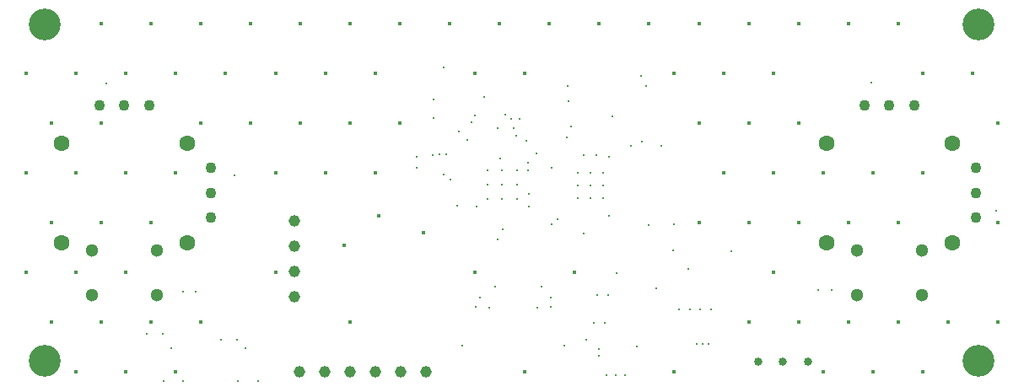
<source format=gbr>
%TF.GenerationSoftware,Altium Limited,Altium Designer,25.3.3 (18)*%
G04 Layer_Color=0*
%FSLAX45Y45*%
%MOMM*%
%TF.SameCoordinates,94F19C35-717A-4B45-A619-7893C40BEDFD*%
%TF.FilePolarity,Positive*%
%TF.FileFunction,Plated,1,4,PTH,Drill*%
%TF.Part,Single*%
G01*
G75*
%TA.AperFunction,OtherDrill,Pad Free-22 (16.825mm,104.85mm)*%
%ADD101C,3.20000*%
%TA.AperFunction,OtherDrill,Pad Free-22 (110.575mm,104.85mm)*%
%ADD102C,3.20000*%
%TA.AperFunction,OtherDrill,Pad Free-22 (110.575mm,71.1mm)*%
%ADD103C,3.20000*%
%TA.AperFunction,OtherDrill,Pad Free-22 (16.825mm,71.1mm)*%
%ADD104C,3.20000*%
%TA.AperFunction,ComponentDrill*%
%ADD105C,1.15000*%
%ADD106C,0.84000*%
%ADD107C,1.10000*%
%ADD108C,1.60000*%
%ADD109C,1.30000*%
%ADD110C,1.15000*%
%TA.AperFunction,ViaDrill,NotFilled*%
%ADD111C,0.30000*%
%ADD112C,0.40000*%
D101*
X1682500Y10485000D02*
D03*
D102*
X11057500Y10485000D02*
D03*
D103*
X11057500Y7110000D02*
D03*
D104*
X1682500Y7110000D02*
D03*
D105*
X4237500Y7000000D02*
D03*
X4491500D02*
D03*
X4745500D02*
D03*
X4999500D02*
D03*
X5253500D02*
D03*
X5507500D02*
D03*
D106*
X9345000Y7102500D02*
D03*
X9095000D02*
D03*
X8845000D02*
D03*
D107*
X10410868Y9670500D02*
D03*
X10160868D02*
D03*
X9910868D02*
D03*
X11033868Y8547500D02*
D03*
Y8797500D02*
D03*
Y9047500D02*
D03*
X2732500Y9670501D02*
D03*
X2482500D02*
D03*
X2232500D02*
D03*
X3355500Y8547501D02*
D03*
Y8797501D02*
D03*
Y9047501D02*
D03*
D108*
X10793368Y9297500D02*
D03*
X9528369D02*
D03*
Y8297500D02*
D03*
X10793368D02*
D03*
X3115000Y9297501D02*
D03*
X1850000D02*
D03*
Y8297501D02*
D03*
X3115000D02*
D03*
D109*
X9835868Y8222500D02*
D03*
Y7772500D02*
D03*
X10485869Y8222500D02*
D03*
Y7772500D02*
D03*
X2157500Y8222500D02*
D03*
Y7772501D02*
D03*
X2807500Y8222500D02*
D03*
Y7772501D02*
D03*
D110*
X4190522Y8512277D02*
D03*
Y8258277D02*
D03*
Y8004277D02*
D03*
Y7750277D02*
D03*
D111*
X5690000Y10055000D02*
D03*
X3457500Y7320000D02*
D03*
X2710000Y7380000D02*
D03*
X3070000Y7799998D02*
D03*
X5752500Y8932500D02*
D03*
X5687500Y8980000D02*
D03*
X6016250Y8662250D02*
D03*
X5827500Y8670000D02*
D03*
X6447500Y9540000D02*
D03*
X6365000Y9537500D02*
D03*
X6422000Y8737001D02*
D03*
X6395000Y9442500D02*
D03*
X6416999Y9367001D02*
D03*
X6421999Y9027000D02*
D03*
X6422000Y8882001D02*
D03*
X2304998Y9897500D02*
D03*
X3590000Y8975002D02*
D03*
X6276999Y9027000D02*
D03*
X5416999Y9052000D02*
D03*
X6899000Y7262500D02*
D03*
X5875000D02*
D03*
X6627500Y7645000D02*
D03*
X6147500D02*
D03*
X6766500Y7652500D02*
D03*
X6007500D02*
D03*
X6204501Y7852000D02*
D03*
X6669500Y7852000D02*
D03*
X6764500Y7744500D02*
D03*
X6052002Y7744500D02*
D03*
X8143700Y8032500D02*
D03*
X2872500Y7377500D02*
D03*
X9982499Y9907500D02*
D03*
X11235000Y8619998D02*
D03*
X9450000Y7822499D02*
D03*
X9580000Y7822499D02*
D03*
X3197500Y7799999D02*
D03*
X5929499Y9329500D02*
D03*
X6131999Y9026999D02*
D03*
X6257500Y9142500D02*
D03*
X8264500Y7626999D02*
D03*
X8159500D02*
D03*
X7825000Y7837500D02*
D03*
X7746000Y8475500D02*
D03*
X7349499Y8564500D02*
D03*
X7287000Y8741999D02*
D03*
X7159500D02*
D03*
X7094499Y8387000D02*
D03*
X7031999Y8741999D02*
D03*
Y8869499D02*
D03*
X6829499Y8529500D02*
D03*
X6769500Y8481999D02*
D03*
X6546999Y8662000D02*
D03*
Y8782000D02*
D03*
X6282000Y8429500D02*
D03*
X6277000Y8737000D02*
D03*
X6234500Y8326999D02*
D03*
X6132000Y8737000D02*
D03*
X7871999Y9264500D02*
D03*
X7674500Y9312001D02*
D03*
X7571999Y9264500D02*
D03*
X7350000Y9157500D02*
D03*
X7287000Y8869499D02*
D03*
Y8997000D02*
D03*
X7222000Y9172000D02*
D03*
X7159500Y8869499D02*
D03*
Y8997000D02*
D03*
X7095499Y9172500D02*
D03*
X7031999Y8997000D02*
D03*
X6921499Y9357000D02*
D03*
X6774499Y9044501D02*
D03*
X6622000Y9189501D02*
D03*
X6536999Y9102000D02*
D03*
Y9027000D02*
D03*
X6519500Y9319501D02*
D03*
X6277000Y8882000D02*
D03*
X6132000Y8882000D02*
D03*
X5714499Y9184500D02*
D03*
X5644500Y9179500D02*
D03*
X5581999Y9177001D02*
D03*
X5586999Y9547000D02*
D03*
X5419499Y9154500D02*
D03*
X5587000Y9732000D02*
D03*
X7671999Y9972001D02*
D03*
X7719500Y9869501D02*
D03*
X7381999Y9562000D02*
D03*
X6969499Y9459501D02*
D03*
X6939499Y9719500D02*
D03*
X6936999Y9869500D02*
D03*
X6307000Y9582000D02*
D03*
X6229499Y9444501D02*
D03*
X6096999Y9757000D02*
D03*
X6005104Y9572757D02*
D03*
X5964499Y9507000D02*
D03*
X5836998Y9412000D02*
D03*
X8369500Y7626999D02*
D03*
X7249501Y7227000D02*
D03*
X7122001Y7317000D02*
D03*
X7414500Y6964499D02*
D03*
X7319500D02*
D03*
X7424500Y7989498D02*
D03*
X8577500Y8210000D02*
D03*
X7337000Y7769499D02*
D03*
X7227000Y7769499D02*
D03*
X7627000Y7254499D02*
D03*
X7509500Y6964499D02*
D03*
X7304500Y7486999D02*
D03*
X7194500Y7487000D02*
D03*
X7249501Y7162000D02*
D03*
X8224500Y7279500D02*
D03*
X8344500D02*
D03*
X8284500D02*
D03*
X8054500Y7626999D02*
D03*
X7988701Y8222500D02*
D03*
X3622501Y6905000D02*
D03*
X3822499Y6905001D02*
D03*
X3074998Y6910002D02*
D03*
X2875000Y6910000D02*
D03*
X3702500Y7234999D02*
D03*
X2955000Y7239999D02*
D03*
X7999499Y8477000D02*
D03*
X3617501Y7320001D02*
D03*
D112*
X5482500Y8400000D02*
D03*
X4692500Y8270000D02*
D03*
X5032500Y8567500D02*
D03*
X8500000Y9000000D02*
D03*
X6500000Y10000000D02*
D03*
X8000000D02*
D03*
X9000000D02*
D03*
X8500000D02*
D03*
X3750000Y9500000D02*
D03*
X9750000Y10500000D02*
D03*
X9250000D02*
D03*
X7750000D02*
D03*
X7250000D02*
D03*
X6750000D02*
D03*
X6250000D02*
D03*
X5750000D02*
D03*
X5250000D02*
D03*
X10250000D02*
D03*
X8750000D02*
D03*
X8250000D02*
D03*
X4750000D02*
D03*
X2250000D02*
D03*
X2750000D02*
D03*
X3250000D02*
D03*
X3750000D02*
D03*
X4250000D02*
D03*
X11000000Y10000000D02*
D03*
X11250000Y9500000D02*
D03*
Y8500000D02*
D03*
Y7500000D02*
D03*
X10500000Y10000000D02*
D03*
Y9000000D02*
D03*
X10750000Y7500000D02*
D03*
X10500000Y7000000D02*
D03*
X10000000Y9000000D02*
D03*
X10250000Y8500000D02*
D03*
Y7500000D02*
D03*
X10000000Y7000000D02*
D03*
X9500000Y9000000D02*
D03*
X9750000Y8500000D02*
D03*
Y7500000D02*
D03*
X9500000Y7000000D02*
D03*
X9250000Y9500000D02*
D03*
X9000000Y9000000D02*
D03*
X9250000Y8500000D02*
D03*
X9000000Y8000000D02*
D03*
X9250000Y7500000D02*
D03*
X8750000Y9500000D02*
D03*
Y8500000D02*
D03*
Y7500000D02*
D03*
X8250000Y9500000D02*
D03*
Y8500000D02*
D03*
X8000000Y7000000D02*
D03*
X7000000Y8000000D02*
D03*
X6500000Y7000000D02*
D03*
X6000000Y10000000D02*
D03*
Y8000000D02*
D03*
X5000000Y10000000D02*
D03*
X5250000Y9500000D02*
D03*
X5000000Y9000000D02*
D03*
X4500000Y10000000D02*
D03*
X4750000Y9500000D02*
D03*
X4500000Y9000000D02*
D03*
X4750000Y7500000D02*
D03*
X4000000Y10000000D02*
D03*
X4250000Y9500000D02*
D03*
X4000000Y9000000D02*
D03*
Y8000000D02*
D03*
X3500000Y10000000D02*
D03*
X3000000D02*
D03*
X3250000Y9500000D02*
D03*
X3000000Y9000000D02*
D03*
X3250000Y7500000D02*
D03*
X3000000Y7000000D02*
D03*
X2500000Y10000000D02*
D03*
Y9000000D02*
D03*
X2750000Y8500000D02*
D03*
X2500000Y8000000D02*
D03*
X2750000Y7500000D02*
D03*
X2500000Y7000000D02*
D03*
X2000000Y10000000D02*
D03*
X2250000Y9500000D02*
D03*
X2000000Y9000000D02*
D03*
X2250000Y8500000D02*
D03*
X2000000Y8000000D02*
D03*
X2250000Y7500000D02*
D03*
X2000000Y7000000D02*
D03*
X1500000Y10000000D02*
D03*
X1750000Y9500000D02*
D03*
X1500000Y9000000D02*
D03*
X1750000Y8500000D02*
D03*
X1500000Y8000000D02*
D03*
X1750000Y7500000D02*
D03*
%TF.MD5,38477f22c52b0a68e97f0e8e374a66b2*%
M02*

</source>
